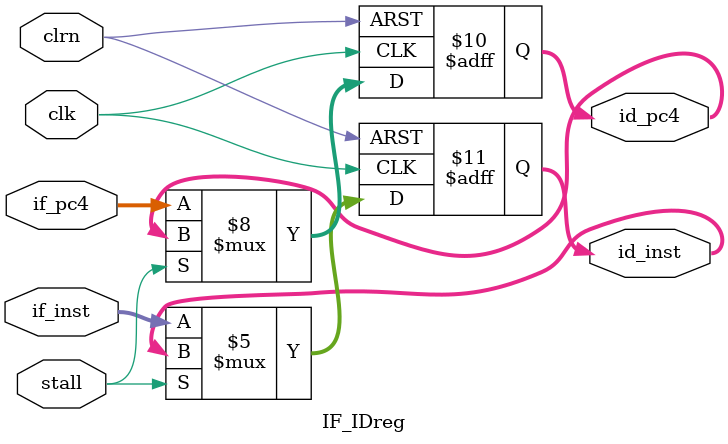
<source format=v>
`timescale 1ns / 1ps
module IF_IDreg(clk,clrn,if_pc4,if_inst,id_pc4,id_inst,stall
    );
	 input [31:0] if_pc4,if_inst;
	 input clk,clrn;
	 input stall;
	 output [31:0] id_pc4,id_inst;
	 
	 reg [31:0] id_pc4,id_inst;
	 
	 always @ (posedge clk or negedge clrn)
		if(clrn ==0 )
			begin 
				id_pc4<=0;
				id_inst<=0;
			end
		else if(stall==1)  //stall信号为1时，IF/ID寄存器的值保持不变
			begin
				id_pc4<=id_pc4;
				id_inst<=id_inst;
			end
		else
			begin
				id_pc4<=if_pc4;
				id_inst <=if_inst;
			end
endmodule

</source>
